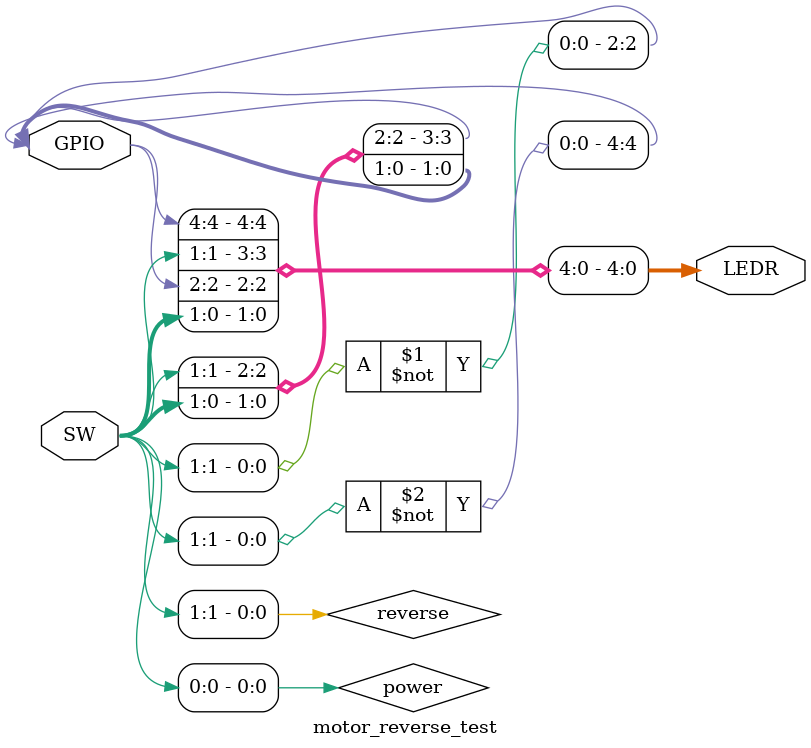
<source format=v>

module motor_reverse_test(GPIO, SW, LEDR);
	inout [15:0] GPIO;
	input [6:0] SW;
	output [15:0]LEDR;
	
	wire power;
	assign power = SW[0];
	
	wire reverse;
	assign reverse = SW[1];
	
	assign GPIO[0] = power;
	
	assign GPIO[1] = reverse;
	assign GPIO[3] = reverse;
	assign GPIO[2] = ~reverse;
	assign GPIO[4] = ~reverse;
	
	//assign GPIO[15:5] = 11{1'b0};
	assign LEDR[4:0]=GPIO[4:0];
	
	
	/**actual a1(.power(SW[0]), .reverse(SW[1]),.gpio0(GPIO[0]), .gpio1(GPIO[1]), .gpio2(GPIO[2]));
	
	*/
endmodule

/**
module actual(power, reverse, gpio0, gpio1, gpio2);
	input power;
	input reverse;
	output reg gpio0;
	output reg gpio1;
	output reg gpio2;
	
	always @(*)
	begin
		if(power == 1'b1)
			gpio0 <= 1'b1;
		else if(power == 1'b0)
			gpio0 <= 1'b0;
	end
	
	always @(*)
	begin
		if (reverse == 1'b1)
		begin
			gpio1 <= 1'b1;
			gpio2 <= 1'b0;
			
			end
		else if (reverse == 1'b0)
		begin
			gpio1 <= 1'b0;
			gpio2 <= 1'b1;
			end
	end
	
endmodule

/* TEST 1, SW[0] controls transistor
module motor_test1(GPIO, SW);
	inout [15:0]GPIO;
	input [6:0]SW;
	
	actual a1(.gpi(GPIO[0]), .s(SW[0]));
	
endmodule

module actual(gpi, s);
	output gpi;
	input s;
	
	assign gpi=s;
	
endmodule 
*/
</source>
